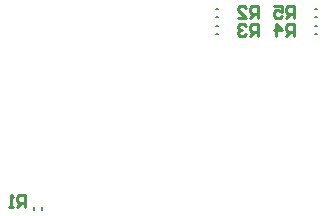
<source format=gbo>
G04*
G04 #@! TF.GenerationSoftware,Altium Limited,Altium Designer,22.4.2 (48)*
G04*
G04 Layer_Color=32896*
%FSLAX25Y25*%
%MOIN*%
G70*
G04*
G04 #@! TF.SameCoordinates,FF2FCFC6-B216-42DF-8982-F8550F838FBC*
G04*
G04*
G04 #@! TF.FilePolarity,Positive*
G04*
G01*
G75*
%ADD16C,0.00787*%
%ADD19C,0.01000*%
D16*
X261606Y179971D02*
X262394D01*
X261606Y182529D02*
X262394D01*
X261606Y174221D02*
X262394D01*
X261606Y176779D02*
X262394D01*
X228630D02*
X229417D01*
X228630Y174221D02*
X229417D01*
X228606Y182529D02*
X229394D01*
X228606Y179971D02*
X229394D01*
X170780Y115606D02*
Y116394D01*
X168220Y115606D02*
Y116394D01*
D19*
X242832Y179501D02*
Y183499D01*
X240833D01*
X240166Y182833D01*
Y181500D01*
X240833Y180833D01*
X242832D01*
X241499D02*
X240166Y179501D01*
X236168D02*
X238833D01*
X236168Y182167D01*
Y182833D01*
X236834Y183499D01*
X238167D01*
X238833Y182833D01*
X254832Y179501D02*
Y183499D01*
X252833D01*
X252166Y182833D01*
Y181500D01*
X252833Y180833D01*
X254832D01*
X253499D02*
X252166Y179501D01*
X248168Y183499D02*
X250834D01*
Y181500D01*
X249501Y182167D01*
X248834D01*
X248168Y181500D01*
Y180167D01*
X248834Y179501D01*
X250167D01*
X250834Y180167D01*
X254832Y173501D02*
Y177499D01*
X252833D01*
X252166Y176833D01*
Y175500D01*
X252833Y174834D01*
X254832D01*
X253499D02*
X252166Y173501D01*
X248834D02*
Y177499D01*
X250834Y175500D01*
X248168D01*
X242832Y173501D02*
Y177499D01*
X240833D01*
X240166Y176833D01*
Y175500D01*
X240833Y174834D01*
X242832D01*
X241499D02*
X240166Y173501D01*
X238833Y176833D02*
X238167Y177499D01*
X236834D01*
X236168Y176833D01*
Y176166D01*
X236834Y175500D01*
X237501D01*
X236834D01*
X236168Y174834D01*
Y174167D01*
X236834Y173501D01*
X238167D01*
X238833Y174167D01*
X165166Y116501D02*
Y120499D01*
X163166D01*
X162500Y119833D01*
Y118500D01*
X163166Y117833D01*
X165166D01*
X163833D02*
X162500Y116501D01*
X161167D02*
X159834D01*
X160501D01*
Y120499D01*
X161167Y119833D01*
M02*

</source>
